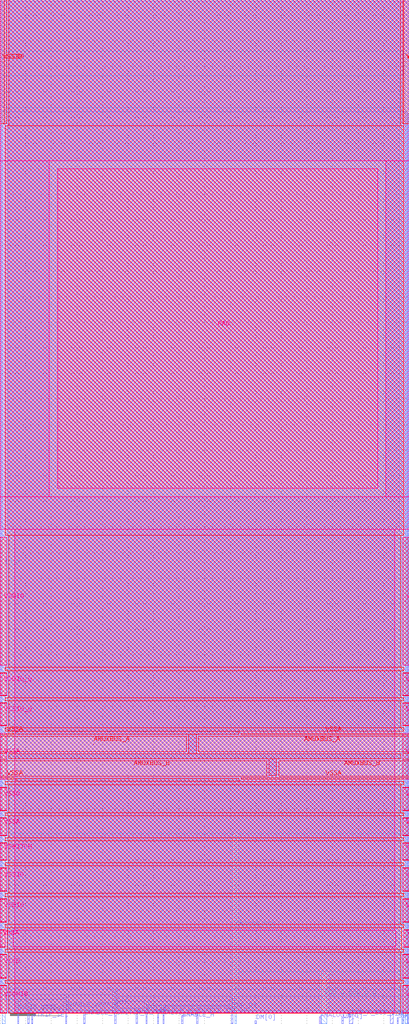
<source format=lef>
VERSION 5.7 ;
  NOWIREEXTENSIONATPIN ON ;
  DIVIDERCHAR "/" ;
  BUSBITCHARS "[]" ;
MACRO sky130_ef_io__gpiov2_pad
  CLASS PAD INOUT ;
  FOREIGN sky130_ef_io__gpiov2_pad ;
  ORIGIN 0.000 0.000 ;
  SIZE 80.000 BY 197.965 ;
  PIN AMUXBUS_A
    DIRECTION INOUT ;
    USE SIGNAL ;
    PORT
      LAYER met4 ;
        RECT 0.000 51.090 36.440 54.070 ;
    END
    PORT
      LAYER met4 ;
        RECT 38.760 51.090 80.000 54.070 ;
    END
  END AMUXBUS_A
  PIN AMUXBUS_B
    DIRECTION INOUT ;
    USE SIGNAL ;
    PORT
      LAYER met4 ;
        RECT 0.000 46.330 52.145 49.310 ;
    END
    PORT
      LAYER met4 ;
        RECT 54.465 46.330 80.000 49.310 ;
    END
  END AMUXBUS_B
  PIN ANALOG_EN
    DIRECTION INPUT ;
    USE SIGNAL ;
    PORT
      LAYER met1 ;
        RECT 62.430 -2.035 62.690 -0.730 ;
    END
  END ANALOG_EN
  PIN ANALOG_POL
    DIRECTION INPUT ;
    USE SIGNAL ;
    PORT
      LAYER met3 ;
        RECT 45.865 -2.035 46.195 34.770 ;
    END
  END ANALOG_POL
  PIN ANALOG_SEL
    DIRECTION INPUT ;
    USE SIGNAL ;
    PORT
      LAYER met2 ;
        RECT 30.750 -2.035 31.010 0.230 ;
    END
  END ANALOG_SEL
  PIN DM[2]
    DIRECTION INPUT ;
    USE SIGNAL ;
    PORT
      LAYER met2 ;
        RECT 28.490 -2.035 28.750 2.035 ;
    END
  END DM[2]
  PIN DM[1]
    DIRECTION INPUT ;
    USE SIGNAL ;
    PORT
      LAYER met2 ;
        RECT 66.835 -2.035 67.095 -0.840 ;
    END
  END DM[1]
  PIN DM[0]
    DIRECTION INPUT ;
    USE SIGNAL ;
    PORT
      LAYER met2 ;
        RECT 49.855 -2.035 50.115 -1.490 ;
    END
  END DM[0]
  PIN ENABLE_H
    DIRECTION INPUT ;
    USE SIGNAL ;
    PORT
      LAYER met2 ;
        RECT 35.460 -2.035 35.720 -0.485 ;
    END
  END ENABLE_H
  PIN ENABLE_INP_H
    DIRECTION INPUT ;
    USE SIGNAL ;
    PORT
      LAYER met2 ;
        RECT 38.390 -2.035 38.650 1.055 ;
    END
  END ENABLE_INP_H
  PIN ENABLE_VDDA_H
    DIRECTION INPUT ;
    USE SIGNAL ;
    PORT
      LAYER met2 ;
        RECT 12.755 -2.035 13.015 3.315 ;
    END
  END ENABLE_VDDA_H
  PIN ENABLE_VDDIO
    DIRECTION INPUT ;
    USE SIGNAL ;
    PORT
      LAYER met3 ;
        RECT 78.580 -2.035 78.910 182.740 ;
    END
  END ENABLE_VDDIO
  PIN ENABLE_VSWITCH_H
    DIRECTION INPUT ;
    USE SIGNAL ;
    PORT
      LAYER met2 ;
        RECT 16.310 -2.035 16.570 0.285 ;
    END
  END ENABLE_VSWITCH_H
  PIN HLD_H_N
    DIRECTION INPUT ;
    USE SIGNAL ;
    PORT
      LAYER met2 ;
        RECT 31.815 -2.035 32.075 1.305 ;
    END
  END HLD_H_N
  PIN HLD_OVR
    DIRECTION INPUT ;
    USE SIGNAL ;
    PORT
      LAYER met2 ;
        RECT 26.600 -2.035 26.860 0.670 ;
    END
  END HLD_OVR
  PIN IB_MODE_SEL
    DIRECTION INPUT ;
    USE SIGNAL ;
    PORT
      LAYER met2 ;
        RECT 5.420 -2.035 5.650 2.440 ;
    END
  END IB_MODE_SEL
  PIN IN
    DIRECTION OUTPUT ;
    USE SIGNAL ;
    PORT
      LAYER met3 ;
        RECT 79.240 -2.035 79.570 187.525 ;
    END
  END IN
  PIN IN_H
    DIRECTION OUTPUT ;
    USE SIGNAL ;
    PORT
      LAYER met3 ;
        RECT 0.400 -2.035 1.020 176.450 ;
    END
  END IN_H
  PIN INP_DIS
    DIRECTION INPUT ;
    USE SIGNAL ;
    PORT
      LAYER met2 ;
        RECT 45.245 -2.035 45.505 3.055 ;
    END
  END INP_DIS
  PIN OE_N
    DIRECTION INPUT ;
    USE SIGNAL ;
    PORT
      LAYER met2 ;
        RECT 3.375 -2.035 3.605 2.440 ;
    END
  END OE_N
  PIN OUT
    DIRECTION INPUT ;
    USE SIGNAL ;
    PORT
      LAYER met2 ;
        RECT 22.355 -2.035 22.615 4.390 ;
    END
  END OUT
  PIN PAD
    DIRECTION INOUT ;
    USE SIGNAL ;
    PORT
      LAYER met5 ;
        RECT 11.200 102.525 73.800 164.975 ;
    END
  END PAD
  PIN PAD_A_ESD_0_H
    DIRECTION INOUT ;
    USE SIGNAL ;
    PORT
      LAYER met2 ;
        RECT 76.280 -2.035 76.920 0.020 ;
    END
  END PAD_A_ESD_0_H
  PIN PAD_A_ESD_1_H
    DIRECTION INOUT ;
    USE SIGNAL ;
    PORT
      LAYER met2 ;
        RECT 68.275 -2.035 68.925 0.235 ;
    END
  END PAD_A_ESD_1_H
  PIN PAD_A_NOESD_H
    DIRECTION INOUT ;
    USE SIGNAL ;
    PORT
      LAYER met3 ;
        RECT 62.820 -2.035 63.890 7.670 ;
    END
  END PAD_A_NOESD_H
  PIN SLOW
    DIRECTION INPUT ;
    USE SIGNAL ;
    PORT
      LAYER met2 ;
        RECT 77.610 -2.035 77.870 -0.850 ;
    END
  END SLOW
  PIN TIE_HI_ESD
    DIRECTION OUTPUT ;
    USE SIGNAL ;
    PORT
      LAYER met2 ;
        RECT 78.705 -2.035 78.905 -0.820 ;
    END
  END TIE_HI_ESD
  PIN TIE_LO_ESD
    DIRECTION OUTPUT ;
    USE SIGNAL ;
    PORT
      LAYER met2 ;
        RECT 79.715 -2.035 79.915 175.835 ;
    END
  END TIE_LO_ESD
  PIN VCCD
    DIRECTION INOUT ;
    USE POWER ;
    PORT
      LAYER met5 ;
        RECT 0.000 6.950 1.270 11.400 ;
    END
    PORT
      LAYER met4 ;
        RECT 0.000 6.850 1.270 11.500 ;
    END
    PORT
      LAYER met5 ;
        RECT 78.730 6.950 80.000 11.400 ;
    END
    PORT
      LAYER met4 ;
        RECT 78.730 6.850 80.000 11.500 ;
    END
  END VCCD
  PIN VCCHIB
    DIRECTION INOUT ;
    USE POWER ;
    PORT
      LAYER met5 ;
        RECT 0.000 0.100 1.270 5.350 ;
    END
    PORT
      LAYER met4 ;
        RECT 0.000 0.000 1.270 5.450 ;
    END
    PORT
      LAYER met5 ;
        RECT 78.730 0.100 80.000 5.350 ;
    END
    PORT
      LAYER met4 ;
        RECT 78.730 0.000 80.000 5.450 ;
    END
  END VCCHIB
  PIN VDDA
    DIRECTION INOUT ;
    USE POWER ;
    PORT
      LAYER met5 ;
        RECT 0.000 13.000 0.965 16.250 ;
    END
    PORT
      LAYER met4 ;
        RECT 0.000 12.900 0.965 16.350 ;
    END
    PORT
      LAYER met5 ;
        RECT 78.970 13.000 80.000 16.250 ;
    END
    PORT
      LAYER met4 ;
        RECT 78.970 12.900 80.000 16.350 ;
    END
  END VDDA
  PIN VDDIO
    DIRECTION INOUT ;
    USE POWER ;
    PORT
      LAYER met5 ;
        RECT 0.000 68.000 1.270 92.950 ;
    END
    PORT
      LAYER met5 ;
        RECT 0.000 17.850 1.270 22.300 ;
    END
    PORT
      LAYER met4 ;
        RECT 0.000 17.750 1.270 22.400 ;
    END
    PORT
      LAYER met4 ;
        RECT 0.000 68.000 1.270 92.965 ;
    END
    PORT
      LAYER met5 ;
        RECT 78.730 68.000 80.000 92.950 ;
    END
    PORT
      LAYER met5 ;
        RECT 78.730 17.850 80.000 22.300 ;
    END
    PORT
      LAYER met4 ;
        RECT 78.730 17.750 80.000 22.400 ;
    END
    PORT
      LAYER met4 ;
        RECT 78.730 68.000 80.000 92.965 ;
    END
  END VDDIO
  PIN VDDIO_Q
    DIRECTION INOUT ;
    USE POWER ;
    PORT
      LAYER met5 ;
        RECT 0.000 62.150 1.270 66.400 ;
    END
    PORT
      LAYER met4 ;
        RECT 0.000 62.050 1.270 66.500 ;
    END
    PORT
      LAYER met5 ;
        RECT 78.730 62.150 80.000 66.400 ;
    END
    PORT
      LAYER met4 ;
        RECT 78.730 62.050 80.000 66.500 ;
    END
  END VDDIO_Q
  PIN VSSA
    DIRECTION INOUT ;
    USE GROUND ;
    PORT
      LAYER met5 ;
        RECT 0.000 45.700 1.270 54.700 ;
    END
    PORT
      LAYER met5 ;
        RECT 0.000 34.805 1.270 38.050 ;
    END
    PORT
      LAYER met4 ;
        RECT 0.000 45.700 2.610 46.030 ;
    END
    PORT
      LAYER met4 ;
        RECT 0.000 49.610 1.270 50.790 ;
    END
    PORT
      LAYER met4 ;
        RECT 0.000 54.370 2.610 54.700 ;
    END
    PORT
      LAYER met4 ;
        RECT 0.000 34.700 1.270 38.150 ;
    END
    PORT
      LAYER met5 ;
        RECT 78.730 45.700 80.000 54.700 ;
    END
    PORT
      LAYER met5 ;
        RECT 78.730 34.805 80.000 38.050 ;
    END
    PORT
      LAYER met4 ;
        RECT 78.730 49.610 80.000 50.790 ;
    END
    PORT
      LAYER met4 ;
        RECT 47.090 54.370 80.000 54.700 ;
    END
    PORT
      LAYER met4 ;
        RECT 47.090 45.700 80.000 46.030 ;
    END
    PORT
      LAYER met4 ;
        RECT 78.730 34.700 80.000 38.150 ;
    END
  END VSSA
  PIN VSSD
    DIRECTION INOUT ;
    USE GROUND ;
    PORT
      LAYER met5 ;
        RECT 0.000 39.650 1.270 44.100 ;
    END
    PORT
      LAYER met4 ;
        RECT 0.000 39.550 1.270 44.200 ;
    END
    PORT
      LAYER met5 ;
        RECT 78.730 39.650 80.000 44.100 ;
    END
    PORT
      LAYER met4 ;
        RECT 78.730 39.550 80.000 44.200 ;
    END
  END VSSD
  PIN VSSIO
    DIRECTION INOUT ;
    USE GROUND ;
    PORT
      LAYER met4 ;
        RECT 0.000 173.750 0.810 197.965 ;
    END
    PORT
      LAYER met5 ;
        RECT 0.000 23.900 1.270 28.350 ;
    END
    PORT
      LAYER met4 ;
        RECT 0.000 173.750 1.270 197.965 ;
    END
    PORT
      LAYER met4 ;
        RECT 0.000 23.800 1.270 28.450 ;
    END
    PORT
      LAYER met4 ;
        RECT 78.970 173.750 80.000 197.965 ;
    END
    PORT
      LAYER met5 ;
        RECT 78.730 23.900 80.000 28.350 ;
    END
    PORT
      LAYER met4 ;
        RECT 78.730 23.800 80.000 28.450 ;
    END
    PORT
      LAYER met4 ;
        RECT 78.730 173.750 80.000 197.965 ;
    END
  END VSSIO
  PIN VSSIO_Q
    DIRECTION INOUT ;
    USE GROUND ;
    PORT
      LAYER met5 ;
        RECT 0.000 56.300 1.270 60.550 ;
    END
    PORT
      LAYER met4 ;
        RECT 0.000 56.200 1.270 60.650 ;
    END
    PORT
      LAYER met5 ;
        RECT 78.730 56.300 80.000 60.550 ;
    END
    PORT
      LAYER met4 ;
        RECT 78.730 56.200 80.000 60.650 ;
    END
  END VSSIO_Q
  PIN VSWITCH
    DIRECTION INOUT ;
    USE POWER ;
    PORT
      LAYER met5 ;
        RECT 0.000 29.950 1.270 33.200 ;
    END
    PORT
      LAYER met4 ;
        RECT 0.000 29.850 1.270 33.300 ;
    END
    PORT
      LAYER met5 ;
        RECT 78.730 29.950 80.000 33.200 ;
    END
    PORT
      LAYER met4 ;
        RECT 78.730 29.850 80.000 33.300 ;
    END
  END VSWITCH
  PIN VTRIP_SEL
    DIRECTION INPUT ;
    USE SIGNAL ;
    PORT
      LAYER met2 ;
        RECT 6.130 -2.035 6.390 -0.485 ;
    END
  END VTRIP_SEL
  OBS
      LAYER li1 ;
        RECT 0.000 0.000 80.000 197.670 ;
      LAYER met1 ;
        RECT 0.000 0.000 80.000 197.965 ;
      LAYER met2 ;
        RECT 0.210 176.115 79.915 197.965 ;
        RECT 0.210 4.670 79.435 176.115 ;
        RECT 0.210 3.595 22.075 4.670 ;
        RECT 0.210 2.720 12.475 3.595 ;
        RECT 0.210 0.000 3.095 2.720 ;
        RECT 3.885 0.000 5.140 2.720 ;
        RECT 5.930 0.000 12.475 2.720 ;
        RECT 13.295 0.565 22.075 3.595 ;
        RECT 13.295 0.000 16.030 0.565 ;
        RECT 16.850 0.000 22.075 0.565 ;
        RECT 22.895 3.335 79.435 4.670 ;
        RECT 22.895 2.315 44.965 3.335 ;
        RECT 22.895 0.950 28.210 2.315 ;
        RECT 22.895 0.000 26.320 0.950 ;
        RECT 27.140 0.000 28.210 0.950 ;
        RECT 29.030 1.585 44.965 2.315 ;
        RECT 29.030 0.510 31.535 1.585 ;
        RECT 29.030 0.000 30.470 0.510 ;
        RECT 31.290 0.000 31.535 0.510 ;
        RECT 32.355 1.335 44.965 1.585 ;
        RECT 32.355 0.000 38.110 1.335 ;
        RECT 38.930 0.000 44.965 1.335 ;
        RECT 45.785 0.515 79.435 3.335 ;
        RECT 45.785 0.000 67.995 0.515 ;
        RECT 69.205 0.300 79.435 0.515 ;
        RECT 69.205 0.000 76.000 0.300 ;
        RECT 77.200 0.000 79.435 0.300 ;
      LAYER met3 ;
        RECT 0.400 187.925 79.570 197.965 ;
        RECT 0.400 183.140 78.840 187.925 ;
        RECT 0.400 176.850 78.180 183.140 ;
        RECT 1.420 35.170 78.180 176.850 ;
        RECT 1.420 0.000 45.465 35.170 ;
        RECT 46.595 8.070 78.180 35.170 ;
        RECT 46.595 0.000 62.420 8.070 ;
        RECT 64.290 0.000 78.180 8.070 ;
      LAYER met4 ;
        RECT 1.670 173.350 78.330 197.965 ;
        RECT 0.965 93.365 78.970 173.350 ;
        RECT 1.670 67.600 78.330 93.365 ;
        RECT 0.965 66.900 78.970 67.600 ;
        RECT 1.670 61.650 78.330 66.900 ;
        RECT 0.965 61.050 78.970 61.650 ;
        RECT 1.670 55.800 78.330 61.050 ;
        RECT 0.965 55.100 78.970 55.800 ;
        RECT 3.010 54.470 46.690 55.100 ;
        RECT 36.840 50.690 38.360 54.470 ;
        RECT 1.670 49.710 78.330 50.690 ;
        RECT 52.545 46.430 54.065 49.710 ;
        RECT 3.010 45.300 46.690 45.930 ;
        RECT 0.965 44.600 78.970 45.300 ;
        RECT 1.670 39.150 78.330 44.600 ;
        RECT 0.965 38.550 78.970 39.150 ;
        RECT 1.670 34.300 78.330 38.550 ;
        RECT 0.965 33.700 78.970 34.300 ;
        RECT 1.670 29.450 78.330 33.700 ;
        RECT 0.965 28.850 78.970 29.450 ;
        RECT 1.670 23.400 78.330 28.850 ;
        RECT 0.965 22.800 78.970 23.400 ;
        RECT 1.670 17.350 78.330 22.800 ;
        RECT 0.965 16.750 78.970 17.350 ;
        RECT 1.365 12.500 78.570 16.750 ;
        RECT 0.965 11.900 78.970 12.500 ;
        RECT 1.670 6.450 78.330 11.900 ;
        RECT 0.965 5.850 78.970 6.450 ;
        RECT 1.670 0.000 78.330 5.850 ;
      LAYER met5 ;
        RECT 0.000 166.575 80.000 197.965 ;
        RECT 0.000 100.925 9.600 166.575 ;
        RECT 75.400 100.925 80.000 166.575 ;
        RECT 0.000 94.550 80.000 100.925 ;
        RECT 2.870 16.250 77.130 94.550 ;
        RECT 2.565 13.000 77.370 16.250 ;
        RECT 2.870 0.100 77.130 13.000 ;
  END
END sky130_ef_io__gpiov2_pad
END LIBRARY


</source>
